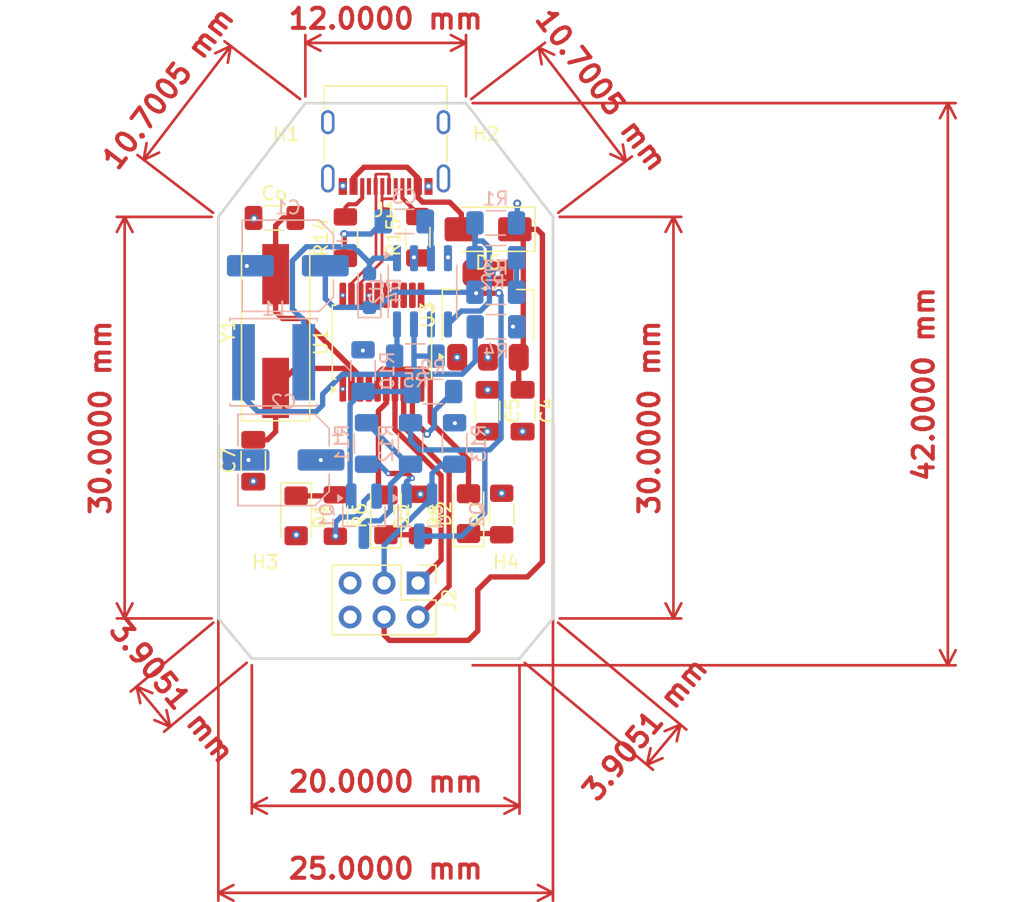
<source format=kicad_pcb>
(kicad_pcb (version 20240108) (generator "pcbnew") (generator_version "8.0")
  (title_block (rev "1.0"))
  (layers (0 "F.Cu" signal) (1 "In1.Cu" power) (2 "In2.Cu" power) (31 "B.Cu" signal) (34 "B.Paste" user) (35 "F.Paste" user) (36 "B.SilkS" user "B.Silkscreen") (37 "F.SilkS" user "F.Silkscreen") (38 "B.Mask" user) (39 "F.Mask" user) (44 "Edge.Cuts" user))
  (net 0 "")
  (net 1 "Net-(R2-Pad2)")
  (net 2 "Net-(U2-Vfb)")
  (net 3 "GND")
  (net 4 "Net-(Q1-B)")
  (net 5 "/MCLR_SIG")
  (net 6 "Net-(D3-K)")
  (net 7 "Net-(D2-K)")
  (net 8 "Net-(D1-K)")
  (net 9 "Net-(U2-DC)")
  (net 10 "Net-(U2-Ipk)")
  (net 11 "/5V")
  (net 12 "/12V")
  (net 13 "Net-(Q2-G)")
  (net 14 "Net-(Q1-C)")
  (net 15 "/MCLR")
  (net 16 "Net-(J1-CC2)")
  (net 17 "Net-(J1-CC1)")
  (net 18 "/VIN")
  (net 19 "/PGD")
  (net 22 "/USB_DN")
  (net 25 "Net-(U1-RA5{slash}IOCA5{slash}OSC1{slash}CLKIN)")
  (net 26 "/STBY")
  (net 28 "/PGC")
  (net 32 "Net-(U1-RA4{slash}IOCA3{slash}AN3{slash}OSC2{slash}CLKOUT)")
  (net 33 "/PGRM")
  (net 34 "/USB_DP")
  (net 35 "Net-(U2-TC)")
  (net 36 "Net-(D4-A)")
  (net 37 "/VBUS")
  (footprint "Capacitor_SMD:C_1206_3216Metric_Pad1.33x1.80mm_HandSolder" (layer "F.Cu") (at 137.69 78.58)
    (property "Reference" "C6" (at 0 -1.85 0) (layer "F.SilkS"))
    (property "Value" "22pF")
    (pad "1" smd roundrect (at -1.5625 0) (size 1.325 1.8) (layers "F.Cu" "F.Paste" "F.Mask") (roundrect_rratio 0.1886792453) (net 3 "GND"))
    (pad "2" smd roundrect (at 1.5625 0) (size 1.325 1.8) (layers "F.Cu" "F.Paste" "F.Mask") (roundrect_rratio 0.1886792453) (net 32 "Net-(U1-RA4{slash}IOCA3{slash}AN3{slash}OSC2{slash}CLKOUT)"))
  )
  (footprint "MountingHole:MountingHole_2.2mm_M2" (layer "F.Cu") (at 137 107.5)
    (property "Reference" "H3" (at 0 -3.2 0) (layer "F.SilkS"))
    (property "Value" "MountingHole")
    (pad "" np_thru_hole circle (at 0 0) (size 2.2 2.2) (drill 2.2) (layers "*.Cu" "*.Mask"))
  )
  (footprint "LED_SMD:LED_1206_3216Metric_Pad1.42x1.75mm_HandSolder" (layer "F.Cu") (at 152.19 100.67 90)
    (property "Reference" "D2" (at 0 -1.82 -90) (layer "F.SilkS"))
    (property "Value" "LED")
    (pad "1" smd roundrect (at -1.4875 -0.000001 90) (size 1.425 1.75) (layers "F.Cu" "F.Paste" "F.Mask") (roundrect_rratio 0.1754392982) (net 7 "Net-(D2-K)"))
    (pad "2" smd roundrect (at 1.4875 0.000001 90) (size 1.425 1.75) (layers "F.Cu" "F.Paste" "F.Mask") (roundrect_rratio 0.1754392982) (net 26 "/STBY"))
  )
  (footprint "Crystal:Crystal_SMD_HC49-SD" (layer "F.Cu") (at 137.78 87.03 90)
    (property "Reference" "Y1" (at 0 -3.55 -90) (layer "F.SilkS"))
    (property "Value" "16MHz")
    (pad "1" smd rect (at -4.25 0 90) (size 4.5 2) (layers "F.Cu" "F.Paste" "F.Mask") (net 25 "Net-(U1-RA5{slash}IOCA5{slash}OSC1{slash}CLKIN)"))
    (pad "2" smd rect (at 4.25 0 90) (size 4.5 2) (layers "F.Cu" "F.Paste" "F.Mask") (net 32 "Net-(U1-RA4{slash}IOCA3{slash}AN3{slash}OSC2{slash}CLKOUT)"))
  )
  (footprint "Diode_SMD:D_SMA" (layer "F.Cu") (at 153.65105 79.425584 180)
    (property "Reference" "D5" (at -0.000001 -2.5 180) (layer "F.SilkS"))
    (property "Value" "SS14")
    (pad "1" smd roundrect (at -2 0 180) (size 2.5 1.8) (layers "F.Cu" "F.Paste" "F.Mask") (roundrect_rratio 0.1388888889) (net 18 "/VIN"))
    (pad "2" smd roundrect (at 2 0 180) (size 2.5 1.8) (layers "F.Cu" "F.Paste" "F.Mask") (roundrect_rratio 0.1388888889) (net 37 "/VBUS"))
  )
  (footprint "Resistor_SMD:R_1206_3216Metric_Pad1.30x1.75mm_HandSolder" (layer "F.Cu") (at 154.67 100.7 90)
    (property "Reference" "R7" (at 0 -1.82 -90) (layer "F.SilkS"))
    (property "Value" "R")
    (pad "1" smd roundrect (at -1.55 0 90) (size 1.3 1.75) (layers "F.Cu" "F.Paste" "F.Mask") (roundrect_rratio 0.1923076923) (net 7 "Net-(D2-K)"))
    (pad "2" smd roundrect (at 1.55 0 90) (size 1.3 1.75) (layers "F.Cu" "F.Paste" "F.Mask") (roundrect_rratio 0.1923076923) (net 3 "GND"))
  )
  (footprint "Resistor_SMD:R_1206_3216Metric_Pad1.30x1.75mm_HandSolder" (layer "F.Cu") (at 148.6 100.77 90)
    (property "Reference" "R8" (at -0.13 1.15 -90) (layer "F.SilkS"))
    (property "Value" "R")
    (pad "1" smd roundrect (at -1.55 0 90) (size 1.3 1.75) (layers "F.Cu" "F.Paste" "F.Mask") (roundrect_rratio 0.1923076923) (net 6 "Net-(D3-K)"))
    (pad "2" smd roundrect (at 1.55 0 90) (size 1.3 1.75) (layers "F.Cu" "F.Paste" "F.Mask") (roundrect_rratio 0.1923076923) (net 3 "GND"))
  )
  (footprint "Package_SO:SSOP-20_5.3x7.2mm_P0.65mm" (layer "F.Cu") (at 145.72 87.86 90)
    (property "Reference" "U1" (at 0 -4.550001 -90) (layer "F.SilkS"))
    (property "Value" "PIC18F14K50-ESS")
    (pad "1" smd roundrect (at -3.5 -2.924999 90) (size 1.9 0.5) (layers "F.Cu" "F.Paste" "F.Mask") (net 11 "/5V"))
    (pad "2" smd roundrect (at -3.5 -2.275 90) (size 1.9 0.5) (layers "F.Cu" "F.Paste" "F.Mask") (net 25 "Net-(U1-RA5{slash}IOCA5{slash}OSC1{slash}CLKIN)"))
    (pad "3" smd roundrect (at -3.500001 -1.625001 90) (size 1.9 0.5) (layers "F.Cu" "F.Paste" "F.Mask") (net 32 "Net-(U1-RA4{slash}IOCA3{slash}AN3{slash}OSC2{slash}CLKOUT)"))
    (pad "4" smd roundrect (at -3.499999 -0.975001 90) (size 1.9 0.5) (layers "F.Cu" "F.Paste" "F.Mask"))
    (pad "5" smd roundrect (at -3.5 -0.325 90) (size 1.9 0.5) (layers "F.Cu" "F.Paste" "F.Mask") (net 26 "/STBY"))
    (pad "6" smd roundrect (at -3.5 0.325 90) (size 1.9 0.5) (layers "F.Cu" "F.Paste" "F.Mask") (net 33 "/PGRM"))
    (pad "7" smd roundrect (at -3.499999 0.974999 90) (size 1.9 0.5) (layers "F.Cu" "F.Paste" "F.Mask") (net 19 "/PGD"))
    (pad "8" smd roundrect (at -3.5 1.625 90) (size 1.9 0.5) (layers "F.Cu" "F.Paste" "F.Mask") (net 28 "/PGC"))
    (pad "9" smd roundrect (at -3.5 2.275 90) (size 1.9 0.5) (layers "F.Cu" "F.Paste" "F.Mask") (net 5 "/MCLR_SIG"))
    (pad "10" smd roundrect (at -3.500001 2.925001 90) (size 1.9 0.5) (layers "F.Cu" "F.Paste" "F.Mask"))
    (pad "11" smd roundrect (at 3.5 2.924999 90) (size 1.9 0.5) (layers "F.Cu" "F.Paste" "F.Mask"))
    (pad "12" smd roundrect (at 3.5 2.275 90) (size 1.9 0.5) (layers "F.Cu" "F.Paste" "F.Mask"))
    (pad "13" smd roundrect (at 3.500001 1.625001 90) (size 1.9 0.5) (layers "F.Cu" "F.Paste" "F.Mask"))
    (pad "14" smd roundrect (at 3.499999 0.975001 90) (size 1.9 0.5) (layers "F.Cu" "F.Paste" "F.Mask"))
    (pad "15" smd roundrect (at 3.5 0.325 90) (size 1.9 0.5) (layers "F.Cu" "F.Paste" "F.Mask"))
    (pad "16" smd roundrect (at 3.5 -0.325 90) (size 1.9 0.5) (layers "F.Cu" "F.Paste" "F.Mask"))
    (pad "17" smd roundrect (at 3.499999 -0.974999 90) (size 1.9 0.5) (layers "F.Cu" "F.Paste" "F.Mask") (net 11 "/5V"))
    (pad "18" smd roundrect (at 3.5 -1.625 90) (size 1.9 0.5) (layers "F.Cu" "F.Paste" "F.Mask") (net 22 "/USB_DN"))
    (pad "19" smd roundrect (at 3.5 -2.275 90) (size 1.9 0.5) (layers "F.Cu" "F.Paste" "F.Mask") (net 34 "/USB_DP"))
    (pad "20" smd roundrect (at 3.500001 -2.925001 90) (size 1.9 0.5) (layers "F.Cu" "F.Paste" "F.Mask") (net 3 "GND"))
  )
  (footprint "Resistor_SMD:R_1206_3216Metric_Pad1.30x1.75mm_HandSolder" (layer "F.Cu") (at 148.4 80.02 90)
    (property "Reference" "R15" (at 0 -1.82 -90) (layer "F.SilkS"))
    (property "Value" "5.1k")
    (pad "1" smd roundrect (at -1.55 0 90) (size 1.3 1.75) (layers "F.Cu" "F.Paste" "F.Mask") (roundrect_rratio 0.1923076923) (net 3 "GND"))
    (pad "2" smd roundrect (at 1.55 0 90) (size 1.3 1.75) (layers "F.Cu" "F.Paste" "F.Mask") (roundrect_rratio 0.1923076923) (net 17 "Net-(J1-CC1)"))
  )
  (footprint "Capacitor_SMD:C_1206_3216Metric_Pad1.33x1.80mm_HandSolder" (layer "F.Cu") (at 156.23 92.98 -90)
    (property "Reference" "C4" (at -0.000001 -1.85 90) (layer "F.SilkS"))
    (property "Value" "C")
    (pad "1" smd roundrect (at -1.562502 -0.000003 270) (size 1.325 1.8) (layers "F.Cu" "F.Paste" "F.Mask") (roundrect_rratio 0.1886792453) (net 18 "/VIN"))
    (pad "2" smd roundrect (at 1.562502 0.000003 270) (size 1.325 1.8) (layers "F.Cu" "F.Paste" "F.Mask") (roundrect_rratio 0.1886792453) (net 3 "GND"))
  )
  (footprint "Resistor_SMD:R_1206_3216Metric_Pad1.30x1.75mm_HandSolder" (layer "F.Cu") (at 142.24 100.812499 -90)
    (property "Reference" "R6" (at 0 -1.82 90) (layer "F.SilkS"))
    (property "Value" "R")
    (pad "1" smd roundrect (at -1.55 0 270) (size 1.3 1.75) (layers "F.Cu" "F.Paste" "F.Mask") (roundrect_rratio 0.1923076923) (net 8 "Net-(D1-K)"))
    (pad "2" smd roundrect (at 1.55 0 270) (size 1.3 1.75) (layers "F.Cu" "F.Paste" "F.Mask") (roundrect_rratio 0.1923076923) (net 3 "GND"))
  )
  (footprint "MountingHole:MountingHole_2.2mm_M2" (layer "F.Cu") (at 155 107.5)
    (property "Reference" "H4" (at 0 -3.2 0) (layer "F.SilkS"))
    (property "Value" "MountingHole")
    (pad "" np_thru_hole circle (at 0 0) (size 2.2 2.2) (drill 2.2) (layers "*.Cu" "*.Mask"))
  )
  (footprint "Package_TO_SOT_SMD:SOT-223-3_TabPin2" (layer "F.Cu") (at 153.64 85.84 90)
    (property "Reference" "U3" (at 0 -4.5 -90) (layer "F.SilkS"))
    (property "Value" "LM1117MP-5.0")
    (pad "1" smd roundrect (at -3.149999 -2.3 90) (size 2 1.5) (layers "F.Cu" "F.Paste" "F.Mask") (net 3 "GND"))
    (pad "2" smd roundrect (at -3.15 0 90) (size 2 1.5) (layers "F.Cu" "F.Paste" "F.Mask") (net 11 "/5V"))
    (pad "2" smd roundrect (at 3.15 0 90) (size 2 3.8) (layers "F.Cu" "F.Paste" "F.Mask") (net 11 "/5V"))
    (pad "3" smd roundrect (at -3.150001 2.299998 90) (size 2 1.5) (layers "F.Cu" "F.Paste" "F.Mask") (net 18 "/VIN"))
  )
  (footprint "Connector_USB:USB_C_Receptacle_G-Switch_GT-USB-7010ASV" (layer "F.Cu") (at 146 72.5 180)
    (property "Reference" "J1" (at 0 -5.500002 180) (layer "F.SilkS"))
    (property "Value" "USB_C_Receptacle_USB2.0_16P")
    (pad "" np_thru_hole circle (at -2.89 -2.605 180) (size 0.65 0.65) (drill 0.65) (layers "*.Cu" "*.Mask"))
    (pad "" np_thru_hole circle (at 2.89 -2.604998 180) (size 0.65 0.65) (drill 0.65) (layers "*.Cu" "*.Mask"))
    (pad "A1" smd rect (at -3.2 -3.725 180) (size 0.6 1.24) (layers "F.Cu" "F.Paste" "F.Mask") (net 3 "GND"))
    (pad "A4" smd rect (at -2.399998 -3.725 180) (size 0.6 1.24) (layers "F.Cu" "F.Paste" "F.Mask") (net 37 "/VBUS"))
    (pad "A5" smd rect (at -1.250001 -3.725002 180) (size 0.3 1.24) (layers "F.Cu" "F.Paste" "F.Mask") (net 17 "Net-(J1-CC1)"))
    (pad "A6" smd rect (at -0.249998 -3.724998 180) (size 0.3 1.24) (layers "F.Cu" "F.Paste" "F.Mask") (net 34 "/USB_DP"))
    (pad "A7" smd rect (at 0.25 -3.724998 180) (size 0.3 1.24) (layers "F.Cu" "F.Paste" "F.Mask") (net 22 "/USB_DN"))
    (pad "A8" smd rect (at 1.249998 -3.725 180) (size 0.3 1.24) (layers "F.Cu" "F.Paste" "F.Mask"))
    (pad "A9" smd rect (at 2.399998 -3.725 180) (size 0.6 1.24) (layers "F.Cu" "F.Paste" "F.Mask") (net 37 "/VBUS"))
    (pad "A12" smd rect (at 3.2 -3.725 180) (size 0.6 1.24) (layers "F.Cu" "F.Paste" "F.Mask") (net 3 "GND"))
    (pad "B1" smd rect (at 3.2 -3.725 180) (size 0.6 1.24) (layers "F.Cu" "F.Paste" "F.Mask") (net 3 "GND"))
    (pad "B4" smd rect (at 2.399998 -3.725 180) (size 0.6 1.24) (layers "F.Cu" "F.Paste" "F.Mask") (net 37 "/VBUS"))
    (pad "B5" smd rect (at 1.750002 -3.725001 180) (size 0.3 1.24) (layers "F.Cu" "F.Paste" "F.Mask") (net 16 "Net-(J1-CC2)"))
    (pad "B6" smd rect (at 0.75 -3.725 180) (size 0.3 1.24) (layers "F.Cu" "F.Paste" "F.Mask") (net 34 "/USB_DP"))
    (pad "B7" smd rect (at -0.750002 -3.725001 180) (size 0.3 1.24) (layers "F.Cu" "F.Paste" "F.Mask") (net 22 "/USB_DN"))
    (pad "B8" smd rect (at -1.750001 -3.724999 180) (size 0.3 1.24) (layers "F.Cu" "F.Paste" "F.Mask"))
    (pad "B9" smd rect (at -2.399998 -3.725 180) (size 0.6 1.24) (layers "F.Cu" "F.Paste" "F.Mask") (net 37 "/VBUS"))
    (pad "B12" smd rect (at -3.2 -3.725 180) (size 0.6 1.24) (layers "F.Cu" "F.Paste" "F.Mask") (net 3 "GND"))
    (pad "S1" thru_hole oval (at -4.320001 1.075 180) (size 1 1.8) (drill oval 0.6 1.4) (layers "*.Cu" "*.Mask") (net 3 "GND"))
    (pad "S1" thru_hole oval (at -4.32 -3.125 180) (size 1 2.1) (drill oval 0.6 1.7) (layers "*.Cu" "*.Mask") (net 3 "GND"))
    (pad "S1" thru_hole oval (at 4.32 -3.125 180) (size 1 2.1) (drill oval 0.6 1.7) (layers "*.Cu" "*.Mask") (net 3 "GND"))
    (pad "S1" thru_hole oval (at 4.32 1.075 180) (size 1 1.8) (drill oval 0.6 1.4) (layers "*.Cu" "*.Mask") (net 3 "GND"))
  )
  (footprint "Resistor_SMD:R_1206_3216Metric_Pad1.30x1.75mm_HandSolder" (layer "F.Cu") (at 142.99 80.05 90)
    (property "Reference" "R14" (at 0 -1.82 -90) (layer "F.SilkS"))
    (property "Value" "5.1k")
    (pad "1" smd roundrect (at -1.55 0 90) (size 1.3 1.75) (layers "F.Cu" "F.Paste" "F.Mask") (roundrect_rratio 0.1923076923) (net 3 "GND"))
    (pad "2" smd roundrect (at 1.55 0 90) (size 1.3 1.75) (layers "F.Cu" "F.Paste" "F.Mask") (roundrect_rratio 0.1923076923) (net 16 "Net-(J1-CC2)"))
  )
  (footprint "MountingHole:MountingHole_2.2mm_M2" (layer "F.Cu") (at 153.5 75.5)
    (property "Reference" "H2" (at 0 -3.2 0) (layer "F.SilkS"))
    (property "Value" "MountingHole")
    (pad "" np_thru_hole circle (at 0 0) (size 2.2 2.2) (drill 2.2) (layers "*.Cu" "*.Mask"))
  )
  (footprint "Connector_PinHeader_2.54mm:PinHeader_2x03_P2.54mm_Vertical" (layer "F.Cu") (at 148.425 105.855 -90)
    (property "Reference" "J2" (at 1.269999 -2.33 90) (layer "F.SilkS"))
    (property "Value" "Conn_02x03_Counter_Clockwise")
    (pad "1" thru_hole rect (at 0 0 270) (size 1.7 1.7) (drill 1) (layers "*.Cu" "*.Mask") (net 19 "/PGD"))
    (pad "2" thru_hole oval (at 2.540002 0.000003 270) (size 1.7 1.7) (drill 1) (layers "*.Cu" "*.Mask") (net 28 "/PGC"))
    (pad "3" thru_hole oval (at -0.000003 2.540002 270) (size 1.7 1.7) (drill 1) (layers "*.Cu" "*.Mask") (net 15 "/MCLR"))
    (pad "4" thru_hole oval (at 2.54 2.54 270) (size 1.7 1.7) (drill 1) (layers "*.Cu" "*.Mask") (net 18 "/VIN"))
    (pad "5" thru_hole oval (at 0 5.08 270) (size 1.7 1.7) (drill 1) (layers "*.Cu" "*.Mask") (net 3 "GND"))
    (pad "6" thru_hole oval (at 2.540001 5.08 270) (size 1.7 1.7) (drill 1) (layers "*.Cu" "*.Mask") (net 11 "/5V"))
  )
  (footprint "LED_SMD:LED_1206_3216Metric_Pad1.42x1.75mm_HandSolder" (layer "F.Cu") (at 146.02 100.76 90)
    (property "Reference" "D3" (at -0.13 1.15 -90) (layer "F.SilkS"))
    (property "Value" "LED")
    (pad "1" smd roundrect (at -1.4875 -0.000001 90) (size 1.425 1.75) (layers "F.Cu" "F.Paste" "F.Mask") (roundrect_rratio 0.1754392982) (net 6 "Net-(D3-K)"))
    (pad "2" smd roundrect (at 1.4875 0.000001 90) (size 1.425 1.75) (layers "F.Cu" "F.Paste" "F.Mask") (roundrect_rratio 0.1754392982) (net 33 "/PGRM"))
  )
  (footprint "LED_SMD:LED_1206_3216Metric_Pad1.42x1.75mm_HandSolder" (layer "F.Cu") (at 139.310001 100.834999 -90)
    (property "Reference" "D1" (at 0 -1.82 90) (layer "F.SilkS"))
    (property "Value" "LED")
    (pad "1" smd roundrect (at -1.4875 0.000001 270) (size 1.425 1.75) (layers "F.Cu" "F.Paste" "F.Mask") (roundrect_rratio 0.1754392982) (net 8 "Net-(D1-K)"))
    (pad "2" smd roundrect (at 1.4875 -0.000001 270) (size 1.425 1.75) (layers "F.Cu" "F.Paste" "F.Mask") (roundrect_rratio 0.1754392982) (net 11 "/5V"))
  )
  (footprint "MountingHole:MountingHole_2.2mm_M2" (layer "F.Cu") (at 138.56 75.53)
    (property "Reference" "H1" (at 0 -3.2 0) (layer "F.SilkS"))
    (property "Value" "MountingHole")
    (pad "" np_thru_hole circle (at 0 0) (size 2.2 2.2) (drill 2.2) (layers "*.Cu" "*.Mask"))
  )
  (footprint "Capacitor_SMD:C_1206_3216Metric_Pad1.33x1.80mm_HandSolder" (layer "F.Cu") (at 153.620001 92.982501 -90)
    (property "Reference" "C5" (at 0.000001 -1.850001 90) (layer "F.SilkS"))
    (property "Value" "C")
    (pad "1" smd roundrect (at -1.562501 0.000001 270) (size 1.325 1.8) (layers "F.Cu" "F.Paste" "F.Mask") (roundrect_rratio 0.1886792453) (net 11 "/5V"))
    (pad "2" smd roundrect (at 1.562501 -0.000001 270) (size 1.325 1.8) (layers "F.Cu" "F.Paste" "F.Mask") (roundrect_rratio 0.1886792453) (net 3 "GND"))
  )
  (footprint "Capacitor_SMD:C_1206_3216Metric_Pad1.33x1.80mm_HandSolder" (layer "F.Cu") (at 136.11 96.72 90)
    (property "Reference" "C7" (at -0.000001 -1.850001 -90) (layer "F.SilkS"))
    (property "Value" "22pF")
    (pad "1" smd roundrect (at -1.562501 -0.000001 90) (size 1.325 1.8) (layers "F.Cu" "F.Paste" "F.Mask") (roundrect_rratio 0.1886792453) (net 3 "GND"))
    (pad "2" smd roundrect (at 1.562501 0.000001 90) (size 1.325 1.8) (layers "F.Cu" "F.Paste" "F.Mask") (roundrect_rratio 0.1886792453) (net 25 "Net-(U1-RA5{slash}IOCA5{slash}OSC1{slash}CLKIN)"))
  )
  (footprint "Resistor_SMD:R_1206_3216Metric_Pad1.30x1.75mm_HandSolder" (layer "B.Cu") (at 149.53 91.55 180)
    (property "Reference" "R9" (at 0 1.82 180) (layer "B.SilkS") (effects (justify mirror)))
    (property "Value" "10k")
    (pad "1" smd roundrect (at -1.55 0 180) (size 1.3 1.75) (layers "B.Cu" "B.Paste" "B.Mask") (roundrect_rratio 0.1923076923) (net 5 "/MCLR_SIG"))
    (pad "2" smd roundrect (at 1.55 0 180) (size 1.3 1.75) (layers "B.Cu" "B.Paste" "B.Mask") (roundrect_rratio 0.1923076923) (net 4 "Net-(Q1-B)"))
  )
  (footprint "Resistor_SMD:R_1206_3216Metric_Pad1.30x1.75mm_HandSolder" (layer "B.Cu") (at 147.86 95.43 -90)
    (property "Reference" "R12" (at 0 1.82 90) (layer "B.SilkS") (effects (justify mirror)))
    (property "Value" "10k")
    (pad "1" smd roundrect (at -1.55 0 270) (size 1.3 1.75) (layers "B.Cu" "B.Paste" "B.Mask") (roundrect_rratio 0.1923076923) (net 12 "/12V"))
    (pad "2" smd roundrect (at 1.55 0 270) (size 1.3 1.75) (layers "B.Cu" "B.Paste" "B.Mask") (roundrect_rratio 0.1923076923) (net 14 "Net-(Q1-C)"))
  )
  (footprint "Capacitor_SMD:C_1206_3216Metric_Pad1.33x1.80mm_HandSolder" (layer "B.Cu") (at 147.39 78.84 180)
    (property "Reference" "C3" (at 0.000001 1.85 180) (layer "B.SilkS") (effects (justify mirror)))
    (property "Value" "560pF")
    (pad "1" smd roundrect (at -1.562501 -0.000004 180) (size 1.325 1.8) (layers "B.Cu" "B.Paste" "B.Mask") (roundrect_rratio 0.1886792453) (net 35 "Net-(U2-TC)"))
    (pad "2" smd roundrect (at 1.562501 0.000004 180) (size 1.325 1.8) (layers "B.Cu" "B.Paste" "B.Mask") (roundrect_rratio 0.1886792453) (net 3 "GND"))
  )
  (footprint "Resistor_SMD:R_1206_3216Metric_Pad1.30x1.75mm_HandSolder" (layer "B.Cu") (at 148.22 88.9)
    (property "Reference" "R5" (at 0 1.82 0) (layer "B.SilkS") (effects (justify mirror)))
    (property "Value" "180")
    (pad "1" smd roundrect (at -1.55 0) (size 1.3 1.75) (layers "B.Cu" "B.Paste" "B.Mask") (roundrect_rratio 0.1923076923) (net 9 "Net-(U2-DC)"))
    (pad "2" smd roundrect (at 1.55 0) (size 1.3 1.75) (layers "B.Cu" "B.Paste" "B.Mask") (roundrect_rratio 0.1923076923) (net 10 "Net-(U2-Ipk)"))
  )
  (footprint "Package_TO_SOT_SMD:SOT-23_Handsoldering" (layer "B.Cu") (at 148.51 100.85 -90)
    (property "Reference" "Q2" (at -0.09 -4.34 90) (layer "B.SilkS") (effects (justify mirror)))
    (property "Value" "Si2319CDS")
    (pad "1" smd roundrect (at -1.5 0.95 270) (size 1.9 0.8) (layers "B.Cu" "B.Paste" "B.Mask") (net 13 "Net-(Q2-G)"))
    (pad "2" smd roundrect (at -1.499999 -0.949999 270) (size 1.9 0.8) (layers "B.Cu" "B.Paste" "B.Mask") (net 15 "/MCLR"))
    (pad "3" smd roundrect (at 1.5 0 270) (size 1.9 0.8) (layers "B.Cu" "B.Paste" "B.Mask") (net 12 "/12V"))
  )
  (footprint "Inductor_SMD:L_Sunlord_SWPA6045S" (layer "B.Cu") (at 137.63 89.36 180)
    (property "Reference" "L1" (at 0 4 180) (layer "B.SilkS") (effects (justify mirror)))
    (property "Value" "68uH")
    (pad "1" smd rect (at -2.25 0 180) (size 1.7 5.7) (layers "B.Cu" "B.Paste" "B.Mask") (net 36 "Net-(D4-A)"))
    (pad "2" smd rect (at 2.25 0 180) (size 1.7 5.7) (layers "B.Cu" "B.Paste" "B.Mask") (net 10 "Net-(U2-Ipk)"))
  )
  (footprint "Package_TO_SOT_SMD:SOT-23_Handsoldering" (layer "B.Cu") (at 144.372501 100.86 -90)
    (property "Reference" "Q1" (at 0 2.75 90) (layer "B.SilkS") (effects (justify mirror)))
    (property "Value" "MMBT3904")
    (pad "1" smd roundrect (at -1.5 0.95 270) (size 1.9 0.8) (layers "B.Cu" "B.Paste" "B.Mask") (net 4 "Net-(Q1-B)"))
    (pad "2" smd roundrect (at -1.5 -0.95 270) (size 1.9 0.8) (layers "B.Cu" "B.Paste" "B.Mask") (net 3 "GND"))
    (pad "3" smd roundrect (at 1.5 0 270) (size 1.9 0.8) (layers "B.Cu" "B.Paste" "B.Mask") (net 14 "Net-(Q1-C)"))
  )
  (footprint "Package_SO:SOIC-8_3.9x4.9mm_P1.27mm" (layer "B.Cu") (at 148.75 84.06 -90)
    (property "Reference" "U2" (at 0 3.399999 90) (layer "B.SilkS") (effects (justify mirror)))
    (property "Value" "MC34063AD")
    (pad "1" smd roundrect (at -2.475 1.905 270) (size 1.95 0.6) (layers "B.Cu" "B.Paste" "B.Mask") (net 36 "Net-(D4-A)"))
    (pad "2" smd roundrect (at -2.475 0.635 270) (size 1.95 0.6) (layers "B.Cu" "B.Paste" "B.Mask") (net 3 "GND"))
    (pad "3" smd roundrect (at -2.475 -0.635 270) (size 1.95 0.6) (layers "B.Cu" "B.Paste" "B.Mask") (net 35 "Net-(U2-TC)"))
    (pad "4" smd roundrect (at -2.474999 -1.905001 270) (size 1.95 0.6) (layers "B.Cu" "B.Paste" "B.Mask") (net 3 "GND"))
    (pad "5" smd roundrect (at 2.475 -1.905 270) (size 1.95 0.6) (layers "B.Cu" "B.Paste" "B.Mask") (net 2 "Net-(U2-Vfb)"))
    (pad "6" smd roundrect (at 2.475 -0.635 270) (size 1.95 0.6) (layers "B.Cu" "B.Paste" "B.Mask") (net 11 "/5V"))
    (pad "7" smd roundrect (at 2.475 0.635 270) (size 1.95 0.6) (layers "B.Cu" "B.Paste" "B.Mask") (net 10 "Net-(U2-Ipk)"))
    (pad "8" smd roundrect (at 2.474999 1.905001 270) (size 1.95 0.6) (layers "B.Cu" "B.Paste" "B.Mask") (net 9 "Net-(U2-DC)"))
  )
  (footprint "Resistor_SMD:R_1206_3216Metric_Pad1.30x1.75mm_HandSolder" (layer "B.Cu") (at 151.15 95.430001 90)
    (property "Reference" "R13" (at 0 1.82 -90) (layer "B.SilkS") (effects (justify mirror)))
    (property "Value" "47k")
    (pad "1" smd roundrect (at -1.55 0 90) (size 1.3 1.75) (layers "B.Cu" "B.Paste" "B.Mask") (roundrect_rratio 0.1923076923) (net 15 "/MCLR"))
    (pad "2" smd roundrect (at 1.55 0 90) (size 1.3 1.75) (layers "B.Cu" "B.Paste" "B.Mask") (roundrect_rratio 0.1923076923) (net 3 "GND"))
  )
  (footprint "Resistor_SMD:R_1206_3216Metric_Pad1.30x1.75mm_HandSolder" (layer "B.Cu") (at 154.22 78.950001 180)
    (property "Reference" "R1" (at 0 1.82 180) (layer "B.SilkS") (effects (justify mirror)))
    (property "Value" "2.2k")
    (pad "1" smd roundrect (at -1.55 0 180) (size 1.3 1.75) (layers "B.Cu" "B.Paste" "B.Mask") (roundrect_rratio 0.1923076923) (net 3 "GND"))
    (pad "2" smd roundrect (at 1.55 0 180) (size 1.3 1.75) (layers "B.Cu" "B.Paste" "B.Mask") (roundrect_rratio 0.1923076923) (net 2 "Net-(U2-Vfb)"))
  )
  (footprint "Capacitor_SMD:CP_Elec_6.3x5.3" (layer "B.Cu") (at 138.37 96.66 180)
    (property "Reference" "C2" (at 0 4.35 180) (layer "B.SilkS") (effects (justify mirror)))
    (property "Value" "100uF")
    (pad "1" smd roundrect (at -2.8 0 180) (size 3.5 1.6) (layers "B.Cu" "B.Paste" "B.Mask") (roundrect_rratio 0.15625) (net 11 "/5V"))
    (pad "2" smd roundrect (at 2.8 0 180) (size 3.5 1.6) (layers "B.Cu" "B.Paste" "B.Mask") (roundrect_rratio 0.15625) (net 3 "GND"))
  )
  (footprint "Resistor_SMD:R_1206_3216Metric_Pad1.30x1.75mm_HandSolder" (layer "B.Cu") (at 144.57 95.429999 -90)
    (property "Reference" "R11" (at 0 1.82 90) (layer "B.SilkS") (effects (justify mirror)))
    (property "Value" "1k")
    (pad "1" smd roundrect (at -1.55 0 270) (size 1.3 1.75) (layers "B.Cu" "B.Paste" "B.Mask") (roundrect_rratio 0.1923076923) (net 14 "Net-(Q1-C)"))
    (pad "2" smd roundrect (at 1.55 0 270) (size 1.3 1.75) (layers "B.Cu" "B.Paste" "B.Mask") (roundrect_rratio 0.1923076923) (net 13 "Net-(Q2-G)"))
  )
  (footprint "Resistor_SMD:R_1206_3216Metric_Pad1.30x1.75mm_HandSolder" (layer "B.Cu") (at 144.31 89.98 90)
    (property "Reference" "R10" (at 0 1.82 -90) (layer "B.SilkS") (effects (justify mirror)))
    (property "Value" "10k")
    (pad "1" smd roundrect (at -1.55 0 90) (size 1.3 1.75) (layers "B.Cu" "B.Paste" "B.Mask") (roundrect_rratio 0.1923076923) (net 4 "Net-(Q1-B)"))
    (pad "2" smd roundrect (at 1.55 0 90) (size 1.3 1.75) (layers "B.Cu" "B.Paste" "B.Mask") (roundrect_rratio 0.1923076923) (net 3 "GND"))
  )
  (footprint "Diode_SMD:D_SOD-323_HandSoldering" (layer "B.Cu") (at 144.79 84.01 90)
    (property "Reference" "D4" (at 0.000001 1.85 -90) (layer "B.SilkS") (effects (justify mirror)))
    (property "Value" "1N5819WS")
    (pad "1" smd roundrect (at -1.25 0 90) (size 1 1) (layers "B.Cu" "B.Paste" "B.Mask") (net 12 "/12V"))
    (pad "2" smd roundrect (at 1.25 0 90) (size 1 1) (layers "B.Cu" "B.Paste" "B.Mask") (net 36 "Net-(D4-A)"))
  )
  (footprint "Resistor_SMD:R_1206_3216Metric_Pad1.30x1.75mm_HandSolder" (layer "B.Cu") (at 154.22 81.55)
    (property "Reference" "R2" (at -0.25 1.84 0) (layer "B.SilkS") (effects (justify mirror)))
    (property "Value" "18k")
    (pad "1" smd roundrect (at -1.55 0) (size 1.3 1.75) (layers "B.Cu" "B.Paste" "B.Mask") (roundrect_rratio 0.1923076923) (net 2 "Net-(U2-Vfb)"))
    (pad "2" smd roundrect (at 1.55 0) (size 1.3 1.75) (layers "B.Cu" "B.Paste" "B.Mask") (roundrect_rratio 0.1923076923) (net 1 "Net-(R2-Pad2)"))
  )
  (footprint "Capacitor_SMD:CP_Elec_6.3x5.3" (layer "B.Cu") (at 138.69 82.15 180)
    (property "Reference" "C1" (at 0 4.35 180) (layer "B.SilkS") (effects (justify mirror)))
    (property "Value" "330uF")
    (pad "1" smd roundrect (at -2.8 0 180) (size 3.5 1.6) (layers "B.Cu" "B.Paste" "B.Mask") (roundrect_rratio 0.15625) (net 12 "/12V"))
    (pad "2" smd roundrect (at 2.8 0 180) (size 3.5 1.6) (layers "B.Cu" "B.Paste" "B.Mask") (roundrect_rratio 0.15625) (net 3 "GND"))
  )
  (footprint "Resistor_SMD:R_1206_3216Metric_Pad1.30x1.75mm_HandSolder" (layer "B.Cu") (at 154.24 86.71)
    (property "Reference" "R4" (at 0 1.82 0) (layer "B.SilkS") (effects (justify mirror)))
    (property "Value" "0.33")
    (pad "1" smd roundrect (at -1.55 0) (size 1.3 1.75) (layers "B.Cu" "B.Paste" "B.Mask") (roundrect_rratio 0.1923076923) (net 10 "Net-(U2-Ipk)"))
    (pad "2" smd roundrect (at 1.55 0) (size 1.3 1.75) (layers "B.Cu" "B.Paste" "B.Mask") (roundrect_rratio 0.1923076923) (net 11 "/5V"))
  )
  (footprint "Resistor_SMD:R_1206_3216Metric_Pad1.30x1.75mm_HandSolder" (layer "B.Cu") (at 154.22 84.130001 180)
    (property "Reference" "R3" (at 0 1.82 180) (layer "B.SilkS") (effects (justify mirror)))
    (property "Value" "1.8k")
    (pad "1" smd roundrect (at -1.55 0 180) (size 1.3 1.75) (layers "B.Cu" "B.Paste" "B.Mask") (roundrect_rratio 0.1923076923) (net 1 "Net-(R2-Pad2)"))
    (pad "2" smd roundrect (at 1.55 0 180) (size 1.3 1.75) (layers "B.Cu" "B.Paste" "B.Mask") (roundrect_rratio 0.1923076923) (net 12 "/12V"))
  )
  (gr_line (start 133.5 78.5) (end 133.5 108.5) (stroke (width 0.2)) (layer "Edge.Cuts"))
  (gr_line (start 136 111.5) (end 133.499977 108.500019) (stroke (width 0.2)) (layer "Edge.Cuts"))
  (gr_line (start 156 111.5) (end 136 111.5) (stroke (width 0.2)) (layer "Edge.Cuts"))
  (gr_line (start 133.5 78.5) (end 140 70) (stroke (width 0.2)) (layer "Edge.Cuts"))
  (gr_line (start 158.5 78.5) (end 152 70) (stroke (width 0.2)) (layer "Edge.Cuts"))
  (gr_line (start 158.5 78.5) (end 158.5 108.5) (stroke (width 0.2)) (layer "Edge.Cuts"))
  (gr_line (start 156 111.5) (end 158.5 108.5) (stroke (width 0.2)) (layer "Edge.Cuts"))
  (gr_line (start 140 70) (end 152 70) (stroke (width 0.2)) (layer "Edge.Cuts"))
  (dimension (type aligned) (layer "F.Cu") (pts (xy 133.5 78.5) (xy 133.5 108.5)) (height 6.999999) (gr_text "30.0000 mm" (at 124.700001 93.5 90) (layer "F.Cu") (effects (font (size 1.5 1.5) (thickness 0.3)))) (format (prefix "") (suffix "") (units 3) (units_format 1) (precision 4)) (style (thickness 0.2) (arrow_length 1.27) (text_position_mode 0) (extension_height 0.58642) (extension_offset 0.5) keep_text_aligned))
  (dimension (type aligned) (layer "F.Cu") (pts (xy 152 70) (xy 152 112)) (height -36) (gr_text "42.0000 mm" (at 186.2 91 90) (layer "F.Cu") (effects (font (size 1.5 1.5) (thickness 0.3)))) (format (prefix "") (suffix "") (units 3) (units_format 1) (precision 4)) (style (thickness 0.2) (arrow_length 1.27) (text_position_mode 0) (extension_height 0.58642) (extension_offset 0.5) keep_text_aligned))
  (dimension (type aligned) (layer "F.Cu") (pts (xy 133.5 108.5) (xy 136 111.5)) (height 7.945935) (gr_text "3.9051 mm" (at 130.028562 113.934532 309.8055711) (layer "F.Cu") (effects (font (size 1.5 1.5) (thickness 0.3)))) (format (prefix "") (suffix "") (units 3) (units_format 1) (precision 4)) (style (thickness 0.2) (arrow_length 1.27) (text_position_mode 0) (extension_height 0.58642) (extension_offset 0.5) keep_text_aligned))
  (dimension (type aligned) (layer "F.Cu") (pts (xy 152 70) (xy 158.5 78.5)) (height -6.842625) (gr_text "10.7005 mm" (at 162.115337 69.000037 307.4053566) (layer "F.Cu") (effects (font (size 1.5 1.5) (thickness 0.3)))) (format (prefix "") (suffix "") (units 3) (units_format 1) (precision 4)) (style (thickness 0.2) (arrow_length 1.27) (text_position_mode 0) (extension_height 0.58642) (extension_offset 0.5) keep_text_aligned))
  (dimension (type aligned) (layer "F.Cu") (pts (xy 140 70) (xy 133.5 78.5)) (height 7.022725) (gr_text "10.7005 mm" (at 129.741599 68.890635 52.59464337) (layer "F.Cu") (effects (font (size 1.5 1.5) (thickness 0.3)))) (format (prefix "") (suffix "") (units 3) (units_format 1) (precision 4)) (style (thickness 0.2) (arrow_length 1.27) (text_position_mode 0) (extension_height 0.58642) (extension_offset 0.5) keep_text_aligned))
  (dimension (type aligned) (layer "F.Cu") (pts (xy 136 111.5) (xy 156 111.5)) (height 11) (gr_text "20.0000 mm" (at 146 120.7 0) (layer "F.Cu") (effects (font (size 1.5 1.5) (thickness 0.3)))) (format (prefix "") (suffix "") (units 3) (units_format 1) (precision 4)) (style (thickness 0.2) (arrow_length 1.27) (text_position_mode 0) (extension_height 0.58642) (extension_offset 0.5) keep_text_aligned))
  (dimension (type aligned) (layer "F.Cu") (pts (xy 158.5 108.5) (xy 158.5 78.5)) (height 9) (gr_text "30.0000 mm" (at 165.7 93.5 90) (layer "F.Cu") (effects (font (size 1.5 1.5) (thickness 0.3)))) (format (prefix "") (suffix "") (units 3) (units_format 1) (precision 4)) (style (thickness 0.2) (arrow_length 1.27) (text_position_mode 0) (extension_height 0.58642) (extension_offset 0.5) keep_text_aligned))
  (dimension (type aligned) (layer "F.Cu") (pts (xy 133.5 93.5) (xy 158.5 93.5)) (height 35.5) (gr_text "25.0000 mm" (at 146 127.2 0) (layer "F.Cu") (effects (font (size 1.5 1.5) (thickness 0.3)))) (format (prefix "") (suffix "") (units 3) (units_format 1) (precision 4)) (style (thickness 0.2) (arrow_length 1.27) (text_position_mode 0) (extension_height 0.58642) (extension_offset 0.5) keep_text_aligned))
  (dimension (type aligned) (layer "F.Cu") (pts (xy 156 111.5) (xy 158.5 108.5)) (height 12.389365) (gr_text "3.9051 mm" (at 165.384976 116.779146 50.19442891) (layer "F.Cu") (effects (font (size 1.5 1.5) (thickness 0.3)))) (format (prefix "") (suffix "") (units 3) (units_format 1) (precision 4)) (style (thickness 0.2) (arrow_length 1.27) (text_position_mode 0) (extension_height 0.58642) (extension_offset 0.5) keep_text_aligned))
  (dimension (type aligned) (layer "F.Cu") (pts (xy 140 70) (xy 152 70)) (height -4.5) (gr_text "12.0000 mm" (at 146 63.7 0) (layer "F.Cu") (effects (font (size 1.5 1.5) (thickness 0.3)))) (format (prefix "") (suffix "") (units 3) (units_format 1) (precision 4)) (style (thickness 0.2) (arrow_length 1.27) (text_position_mode 0) (extension_height 0.58642) (extension_offset 0.5) keep_text_aligned))
  (segment (start 155.77 84.130001) (end 155.77 81.55) (width 0.4) (layer "B.Cu") (net 1))
  (segment (start 153.75 80.8) (end 153.75 84.859744) (width 0.4) (layer "B.Cu") (net 2))
  (segment (start 153.75 84.859744) (end 153.074745 85.535) (width 0.4) (layer "B.Cu") (net 2))
  (segment (start 152.67 80.3) (end 152.67 78.950001) (width 0.4) (layer "B.Cu") (net 2))
  (segment (start 153.25 80.3) (end 153.75 80.8) (width 0.4) (layer "B.Cu") (net 2))
  (segment (start 152.67 80.3) (end 153.25 80.3) (width 0.4) (layer "B.Cu") (net 2))
  (segment (start 151.655 85.535) (end 150.655 86.535) (width 0.4) (layer "B.Cu") (net 2))
  (segment (start 152.67 81.55) (end 152.67 80.3) (width 0.4) (layer "B.Cu") (net 2))
  (segment (start 153.074745 85.535) (end 151.655 85.535) (width 0.4) (layer "B.Cu") (net 2))
  (segment (start 142.9 79.78) (end 142.9 81.51) (width 0.4) (layer "F.Cu") (net 3))
  (segment (start 142.9 81.51) (end 142.99 81.6) (width 0.4) (layer "F.Cu") (net 3))
  (via (at 148.6 99.22) (size 0.6) (drill 0.3) (layers "F.Cu" "B.Cu") (net 3))
  (via (at 136.17 78.61) (size 0.6) (drill 0.3) (layers "F.Cu" "B.Cu") (net 3))
  (via (at 136.11 98.25) (size 0.6) (drill 0.3) (layers "F.Cu" "B.Cu") (net 3))
  (via (at 142.25 102.34) (size 0.6) (drill 0.3) (layers "F.Cu" "B.Cu") (net 3))
  (via (at 154.67 99.15) (size 0.6) (drill 0.3) (layers "F.Cu" "B.Cu") (net 3))
  (via (at 153.59 94.54) (size 0.6) (drill 0.3) (layers "F.Cu" "B.Cu") (net 3))
  (via (at 142.8 76.18) (size 0.6) (drill 0.3) (layers "F.Cu" "B.Cu") (net 3))
  (via (at 142.9 79.78) (size 0.6) (drill 0.3) (layers "F.Cu" "B.Cu") (net 3))
  (via (at 155.83 77.5) (size 0.6) (drill 0.3) (layers "F.Cu" "B.Cu") (net 3))
  (via (at 148.11 81.52) (size 0.6) (drill 0.3) (layers "F.Cu" "B.Cu") (net 3))
  (via (at 151.34 88.989999) (size 0.6) (drill 0.3) (layers "F.Cu" "B.Cu") (net 3))
  (via (at 150.66 81.52) (size 0.6) (drill 0.3) (layers "F.Cu" "B.Cu") (net 3))
  (via (at 135.63 82.17) (size 0.6) (drill 0.3) (layers "F.Cu" "B.Cu") (net 3))
  (via (at 151.17 93.91) (size 0.6) (drill 0.3) (layers "F.Cu" "B.Cu") (net 3))
  (via (at 142.794999 84.359999) (size 0.4) (drill 0.2) (layers "F.Cu" "B.Cu") (net 3))
  (via (at 156.23 94.53) (size 0.6) (drill 0.3) (layers "F.Cu" "B.Cu") (net 3))
  (via (at 149.2 76.21) (size 0.6) (drill 0.3) (layers "F.Cu" "B.Cu") (net 3))
  (via (at 144.3 88.49) (size 0.6) (drill 0.3) (layers "F.Cu" "B.Cu") (net 3))
  (via (at 135.75 96.67) (size 0.6) (drill 0.3) (layers "F.Cu" "B.Cu") (net 3))
  (segment (start 142.65 100.92) (end 143.8 100.92) (width 0.4) (layer "B.Cu") (net 3))
  (segment (start 144.37 99.758) (end 144.768 99.36) (width 0.4) (layer "B.Cu") (net 3))
  (segment (start 144.768 99.36) (end 145.322501 99.36) (width 0.4) (layer "B.Cu") (net 3))
  (segment (start 142.25 102.34) (end 142.25 101.32) (width 0.4) (layer "B.Cu") (net 3))
  (segment (start 144.37 100.35) (end 144.37 99.758) (width 0.4) (layer "B.Cu") (net 3))
  (segment (start 142.9 79.78) (end 144.887495 79.78) (width 0.4) (layer "B.Cu") (net 3))
  (segment (start 144.887495 79.78) (end 145.827499 78.839996) (width 0.4) (layer "B.Cu") (net 3))
  (segment (start 143.8 100.92) (end 144.37 100.35) (width 0.4) (layer "B.Cu") (net 3))
  (segment (start 142.25 101.32) (end 142.65 100.92) (width 0.4) (layer "B.Cu") (net 3))
  (segment (start 155.83 78.890001) (end 155.77 78.950001) (width 0.4) (layer "B.Cu") (net 3))
  (segment (start 155.83 77.5) (end 155.83 78.890001) (width 0.4) (layer "B.Cu") (net 3))
  (segment (start 147.98 91.55) (end 144.29 91.55) (width 0.4) (layer "B.Cu") (net 4))
  (segment (start 147.98 91.55) (end 144.33 91.55) (width 0.2) (layer "B.Cu") (net 4))
  (segment (start 143.34 92.5) (end 143.34 99.277499) (width 0.4) (layer "B.Cu") (net 4))
  (segment (start 143.34 99.277499) (end 143.422501 99.36) (width 0.4) (layer "B.Cu") (net 4))
  (segment (start 144.29 91.55) (end 143.34 92.5) (width 0.4) (layer "B.Cu") (net 4))
  (segment (start 144.33 91.55) (end 144.31 91.53) (width 0.2) (layer "B.Cu") (net 4))
  (segment (start 147.995 93.625) (end 149.09 94.72) (width 0.4) (layer "F.Cu") (net 5))
  (segment (start 147.995 91.36) (end 147.995 93.625) (width 0.4) (layer "F.Cu") (net 5))
  (via (at 149.09 94.72) (size 0.6) (drill 0.3) (layers "F.Cu" "B.Cu") (net 5))
  (segment (start 149.64 94.17) (end 149.64 92.99) (width 0.4) (layer "B.Cu") (net 5))
  (segment (start 149.64 92.99) (end 151.08 91.55) (width 0.4) (layer "B.Cu") (net 5))
  (segment (start 149.09 94.72) (end 149.64 94.17) (width 0.4) (layer "B.Cu") (net 5))
  (segment (start 148.5275 102.2475) (end 148.6 102.32) (width 0.4) (layer "F.Cu") (net 6))
  (segment (start 146.019999 102.2475) (end 148.5275 102.2475) (width 0.4) (layer "F.Cu") (net 6))
  (segment (start 152.189999 102.1575) (end 154.5775 102.1575) (width 0.4) (layer "F.Cu") (net 7))
  (segment (start 154.5775 102.1575) (end 154.67 102.25) (width 0.4) (layer "F.Cu") (net 7))
  (segment (start 142.155 99.347499) (end 142.24 99.262499) (width 0.4) (layer "F.Cu") (net 8))
  (segment (start 139.31 99.347499) (end 142.155 99.347499) (width 0.4) (layer "F.Cu") (net 8))
  (segment (start 146.844999 88.915001) (end 146.67 89.09) (width 0.4) (layer "B.Cu") (net 9))
  (segment (start 146.844999 86.534999) (end 146.844999 88.915001) (width 0.4) (layer "B.Cu") (net 9))
  (segment (start 148.115 89.735) (end 148.115 89.02) (width 0.4) (layer "B.Cu") (net 10))
  (segment (start 148.115 89.02) (end 148.115 88.8) (width 0.4) (layer "B.Cu") (net 10))
  (segment (start 135.38 91.98) (end 136.45 93.05) (width 0.4) (layer "B.Cu") (net 10))
  (segment (start 149.77 88.9) (end 148.235 88.9) (width 0.4) (layer "B.Cu") (net 10))
  (segment (start 135.38 89.36) (end 135.38 91.98) (width 0.4) (layer "B.Cu") (net 10))
  (segment (start 152.69 89.28) (end 151.72 90.25) (width 0.4) (layer "B.Cu") (net 10))
  (segment (start 151.72 90.25) (end 148.63 90.25) (width 0.4) (layer "B.Cu") (net 10))
  (segment (start 140.8 93.05) (end 141.29 92.56) (width 0.4) (layer "B.Cu") (net 10))
  (segment (start 148.63 90.25) (end 148.115 89.735) (width 0.4) (layer "B.Cu") (net 10))
  (segment (start 152.69 86.71) (end 152.69 89.28) (width 0.4) (layer "B.Cu") (net 10))
  (segment (start 148.235 88.9) (end 148.115 89.02) (width 0.4) (layer "B.Cu") (net 10))
  (segment (start 141.29 92.56) (end 141.29 91.74) (width 0.4) (layer "B.Cu") (net 10))
  (segment (start 136.45 93.05) (end 140.8 93.05) (width 0.4) (layer "B.Cu") (net 10))
  (segment (start 141.29 91.74) (end 142.765 90.265) (width 0.4) (layer "B.Cu") (net 10))
  (segment (start 142.765 90.265) (end 148.615 90.265) (width 0.4) (layer "B.Cu") (net 10))
  (segment (start 148.115 88.8) (end 148.115 86.535) (width 0.4) (layer "B.Cu") (net 10))
  (segment (start 148.615 90.265) (end 148.63 90.25) (width 0.4) (layer "B.Cu") (net 10))
  (via (at 139.32 102.26) (size 0.6) (drill 0.3) (layers "F.Cu" "B.Cu") (net 11))
  (via (at 154.36 82.71) (size 0.6) (drill 0.3) (layers "F.Cu" "B.Cu") (net 11))
  (via (at 155.51 86.7) (size 0.6) (drill 0.3) (layers "F.Cu" "B.Cu") (net 11))
  (via (at 149.39 86.56) (size 0.6) (drill 0.3) (layers "F.Cu" "B.Cu") (net 11))
  (via (at 144.74 84.37) (size 0.4) (drill 0.2) (layers "F.Cu" "B.Cu") (net 11))
  (via (at 153.62 91.42) (size 0.6) (drill 0.3) (layers "F.Cu" "B.Cu") (net 11))
  (via (at 153.64 88.99) (size 0.6) (drill 0.3) (layers "F.Cu" "B.Cu") (net 11))
  (via (at 142.795001 91.36) (size 0.4) (drill 0.2) (layers "F.Cu" "B.Cu") (net 11))
  (via (at 141.15 96.67) (size 0.6) (drill 0.3) (layers "F.Cu" "B.Cu") (net 11))
  (segment (start 154.45 84.2) (end 154.46 84.19) (width 0.4) (layer "F.Cu") (net 12))
  (segment (start 152.76 84.2) (end 154.45 84.2) (width 0.4) (layer "F.Cu") (net 12))
  (via (at 152.76 84.2) (size 0.6) (drill 0.3) (layers "F.Cu" "B.Cu") (net 12))
  (via (at 154.46 84.19) (size 0.6) (drill 0.3) (layers "F.Cu" "B.Cu") (net 12))
  (segment (start 147.86 93.88) (end 147.86 95.22) (width 0.4) (layer "B.Cu") (net 12))
  (segment (start 152.739999 84.130001) (end 152.67 84.130001) (width 0.2) (layer "B.Cu") (net 12))
  (segment (start 144.79 85.26) (end 145.49 85.26) (width 0.4) (layer "B.Cu") (net 12))
  (segment (start 142.14 85.26) (end 141.49 84.61) (width 0.4) (layer "B.Cu") (net 12))
  (segment (start 152.76 84.2) (end 152.739999 84.130001) (width 0.2) (layer "B.Cu") (net 12))
  (segment (start 152.600001 84.130001) (end 152.76 84.2) (width 0.4) (layer "B.Cu") (net 12))
  (segment (start 154.62 95.05) (end 154.62 84.35) (width 0.4) (layer "B.Cu") (net 12))
  (segment (start 153.41 100.63) (end 151.69 102.35) (width 0.4) (layer "B.Cu") (net 12))
  (segment (start 144.79 85.26) (end 142.14 85.26) (width 0.4) (layer "B.Cu") (net 12))
  (segment (start 141.49 84.61) (end 141.49 82.15) (width 0.4) (layer "B.Cu") (net 12))
  (segment (start 153.76 95.91) (end 154.62 95.05) (width 0.4) (layer "B.Cu") (net 12))
  (segment (start 151.69 102.35) (end 148.51 102.35) (width 0.4) (layer "B.Cu") (net 12))
  (segment (start 153.41 95.91) (end 153.41 100.63) (width 0.4) (layer "B.Cu") (net 12))
  (segment (start 148.55 95.91) (end 153.41 95.91) (width 0.4) (layer "B.Cu") (net 12))
  (segment (start 146.619999 84.130001) (end 152.600001 84.130001) (width 0.4) (layer "B.Cu") (net 12))
  (segment (start 147.86 95.22) (end 148.55 95.91) (width 0.4) (layer "B.Cu") (net 12))
  (segment (start 154.62 84.35) (end 154.46 84.19) (width 0.4) (layer "B.Cu") (net 12))
  (segment (start 145.49 85.26) (end 146.619999 84.130001) (width 0.4) (layer "B.Cu") (net 12))
  (segment (start 153.41 95.91) (end 153.76 95.91) (width 0.4) (layer "B.Cu") (net 12))
  (segment (start 147.63 97.67) (end 147.99 98.03) (width 0.4) (layer "F.Cu") (net 13))
  (segment (start 146.19 97.67) (end 147.63 97.67) (width 0.4) (layer "F.Cu") (net 13))
  (via (at 146.19 97.67) (size 0.4) (drill 0.2) (layers "F.Cu" "B.Cu") (net 13))
  (via (at 147.99 98.03) (size 0.4) (drill 0.2) (layers "F.Cu" "B.Cu") (net 13))
  (segment (start 144.57 96.979999) (end 145.499999 96.979999) (width 0.4) (layer "B.Cu") (net 13))
  (segment (start 147.83 98.03) (end 147.56 98.3) (width 0.4) (layer "B.Cu") (net 13))
  (segment (start 147.99 98.03) (end 147.83 98.03) (width 0.4) (layer "B.Cu") (net 13))
  (segment (start 147.56 98.3) (end 147.56 99.35) (width 0.4) (layer "B.Cu") (net 13))
  (segment (start 145.499999 96.979999) (end 146.19 97.67) (width 0.4) (layer "B.Cu") (net 13))
  (segment (start 147.86 96.98) (end 147.670001 96.98) (width 0.4) (layer "B.Cu") (net 14))
  (segment (start 147.670001 96.98) (end 144.57 93.879999) (width 0.4) (layer "B.Cu") (net 14))
  (segment (start 146.36 98.48) (end 147.86 96.98) (width 0.4) (layer "B.Cu") (net 14))
  (segment (start 144.372501 101.417499) (end 144.58 101.21) (width 0.4) (layer "B.Cu") (net 14))
  (segment (start 144.58 101.21) (end 145.58 101.21) (width 0.4) (layer "B.Cu") (net 14))
  (segment (start 146.36 100.43) (end 146.36 98.48) (width 0.4) (layer "B.Cu") (net 14))
  (segment (start 144.372501 102.36) (end 144.372501 101.417499) (width 0.4) (layer "B.Cu") (net 14))
  (segment (start 145.58 101.21) (end 146.36 100.43) (width 0.4) (layer "B.Cu") (net 14))
  (segment (start 149.459999 99.470001) (end 145.884998 103.045002) (width 0.4) (layer "B.Cu") (net 15))
  (segment (start 149.459999 99.350001) (end 149.459999 99.470001) (width 0.4) (layer "B.Cu") (net 15))
  (segment (start 149.459999 97.690001) (end 150.169999 96.980001) (width 0.4) (layer "B.Cu") (net 15))
  (segment (start 145.884998 103.045002) (end 145.884998 105.854997) (width 0.4) (layer "B.Cu") (net 15))
  (segment (start 150.169999 96.980001) (end 151.15 96.980001) (width 0.4) (layer "B.Cu") (net 15))
  (segment (start 149.459999 99.350001) (end 149.459999 97.690001) (width 0.4) (layer "B.Cu") (net 15))
  (segment (start 143.785002 77.56) (end 143.22 77.56) (width 0.3) (layer "F.Cu") (net 16))
  (segment (start 142.99 78.5) (end 142.99 77.79) (width 0.3) (layer "F.Cu") (net 16))
  (segment (start 142.99 77.79) (end 143.22 77.56) (width 0.3) (layer "F.Cu") (net 16))
  (segment (start 144.249998 77.095004) (end 143.785002 77.56) (width 0.3) (layer "F.Cu") (net 16))
  (segment (start 144.249998 76.225001) (end 144.249998 77.095004) (width 0.3) (layer "F.Cu") (net 16))
  (segment (start 147.250001 76.225002) (end 147.250001 77.094999) (width 0.3) (layer "F.Cu") (net 17))
  (segment (start 148.4 78.244998) (end 148.4 78.47) (width 0.3) (layer "F.Cu") (net 17))
  (segment (start 147.250001 77.094999) (end 148.4 78.244998) (width 0.3) (layer "F.Cu") (net 17))
  (segment (start 145.885 109.745) (end 146.28 110.14) (width 0.4) (layer "F.Cu") (net 18))
  (segment (start 157.315584 79.425584) (end 155.65105 79.425584) (width 0.4) (layer "F.Cu") (net 18))
  (segment (start 152.88 106.36) (end 153.84 105.4) (width 0.4) (layer "F.Cu") (net 18))
  (segment (start 157.71 79.82) (end 157.315584 79.425584) (width 0.4) (layer "F.Cu") (net 18))
  (segment (start 156.28 80.054534) (end 156.28 88.649999) (width 0.4) (layer "F.Cu") (net 18))
  (segment (start 153.84 105.4) (end 156.58 105.4) (width 0.4) (layer "F.Cu") (net 18))
  (segment (start 155.65105 79.425584) (end 156.28 80.054534) (width 0.4) (layer "F.Cu") (net 18))
  (segment (start 156.58 105.4) (end 157.71 104.27) (width 0.4) (layer "F.Cu") (net 18))
  (segment (start 152.17 110.14) (end 152.88 109.43) (width 0.4) (layer "F.Cu") (net 18))
  (segment (start 145.885 108.395) (end 145.885 109.745) (width 0.4) (layer "F.Cu") (net 18))
  (segment (start 157.71 104.27) (end 157.71 79.82) (width 0.4) (layer "F.Cu") (net 18))
  (segment (start 155.939998 91.127493) (end 156.230003 91.417498) (width 0.4) (layer "F.Cu") (net 18))
  (segment (start 156.28 88.649999) (end 155.939998 88.990001) (width 0.4) (layer "F.Cu") (net 18))
  (segment (start 146.28 110.14) (end 152.17 110.14) (width 0.4) (layer "F.Cu") (net 18))
  (segment (start 152.88 109.43) (end 152.88 106.36) (width 0.4) (layer "F.Cu") (net 18))
  (segment (start 155.939998 88.990001) (end 155.939998 91.127493) (width 0.4) (layer "F.Cu") (net 18))
  (segment (start 146.694999 91.359999) (end 146.694999 94.384999) (width 0.4) (layer "F.Cu") (net 19))
  (segment (start 150.14 97.83) (end 150.14 104.14) (width 0.4) (layer "F.Cu") (net 19))
  (segment (start 146.694999 94.384999) (end 150.14 97.83) (width 0.4) (layer "F.Cu") (net 19))
  (segment (start 150.14 104.14) (end 148.425 105.855) (width 0.4) (layer "F.Cu") (net 19))
  (segment (start 145.725 77.28) (end 145.725 77.72) (width 0.2) (layer "F.Cu") (net 22))
  (segment (start 145.725 76.249998) (end 145.725 77.28) (width 0.2) (layer "F.Cu") (net 22))
  (segment (start 146.285 78.04) (end 146.285 78.12) (width 0.2) (layer "F.Cu") (net 22))
  (segment (start 146.750002 76.225001) (end 146.750002 77.094994) (width 0.2) (layer "F.Cu") (net 22))
  (segment (start 146.750002 77.094994) (end 146.699998 77.144998) (width 0.2) (layer "F.Cu") (net 22))
  (segment (start 145.75 76.224998) (end 145.725 76.249998) (width 0.2) (layer "F.Cu") (net 22))
  (segment (start 146.125 78.28) (end 145.885 78.28) (width 0.2) (layer "F.Cu") (net 22))
  (segment (start 145.885 77.88) (end 146.125 77.88) (width 0.2) (layer "F.Cu") (net 22))
  (segment (start 145.725 81.825496) (end 144.095 83.455496) (width 0.2) (layer "F.Cu") (net 22))
  (segment (start 144.095 83.455496) (end 144.095 84.36) (width 0.2) (layer "F.Cu") (net 22))
  (segment (start 145.725 79.29) (end 145.725 81.825496) (width 0.2) (layer "F.Cu") (net 22))
  (segment (start 146.699998 77.144998) (end 145.860002 77.144998) (width 0.2) (layer "F.Cu") (net 22))
  (segment (start 145.725 78.44) (end 145.725 78.52) (width 0.2) (layer "F.Cu") (net 22))
  (segment (start 145.725 78.52) (end 145.725 79.29) (width 0.2) (layer "F.Cu") (net 22))
  (segment (start 145.860002 77.144998) (end 145.725 77.28) (width 0.2) (layer "F.Cu") (net 22))
  (arc (start 146.285 78.12) (mid 146.238137 78.233137) (end 146.125 78.28) (width 0.2) (layer "F.Cu") (net 22))
  (arc (start 145.885 78.28) (mid 145.771863 78.326863) (end 145.725 78.44) (width 0.2) (layer "F.Cu") (net 22))
  (arc (start 146.125 77.88) (mid 146.238137 77.926863) (end 146.285 78.04) (width 0.2) (layer "F.Cu") (net 22))
  (arc (start 145.725 77.72) (mid 145.771863 77.833137) (end 145.885 77.88) (width 0.2) (layer "F.Cu") (net 22))
  (segment (start 137.78 94.54) (end 137.162501 95.157499) (width 0.4) (layer "F.Cu") (net 25))
  (segment (start 142.87 89.82) (end 139.24 89.82) (width 0.4) (layer "F.Cu") (net 25))
  (segment (start 139.24 89.82) (end 137.78 91.28) (width 0.4) (layer "F.Cu") (net 25))
  (segment (start 143.445 91.36) (end 143.445 90.395) (width 0.4) (layer "F.Cu") (net 25))
  (segment (start 143.445 90.395) (end 142.87 89.82) (width 0.4) (layer "F.Cu") (net 25))
  (segment (start 137.78 91.28) (end 137.78 94.54) (width 0.4) (layer "F.Cu") (net 25))
  (segment (start 137.162501 95.157499) (end 136.110001 95.157499) (width 0.4) (layer "F.Cu") (net 25))
  (segment (start 148.89 89.88) (end 149.33 90.32) (width 0.4) (layer "F.Cu") (net 26))
  (segment (start 145.75 89.88) (end 148.89 89.88) (width 0.4) (layer "F.Cu") (net 26))
  (segment (start 149.33 90.32) (end 149.33 93.79) (width 0.4) (layer "F.Cu") (net 26))
  (segment (start 145.395 90.235) (end 145.75 89.88) (width 0.4) (layer "F.Cu") (net 26))
  (segment (start 152.190001 96.650001) (end 152.190001 99.1825) (width 0.4) (layer "F.Cu") (net 26))
  (segment (start 149.33 93.79) (end 152.190001 96.650001) (width 0.4) (layer "F.Cu") (net 26))
  (segment (start 145.395 91.36) (end 145.395 90.235) (width 0.4) (layer "F.Cu") (net 26))
  (segment (start 147.345 94.186472) (end 150.74 97.581472) (width 0.4) (layer "F.Cu") (net 28))
  (segment (start 150.74 106.079999) (end 148.424997 108.395002) (width 0.4) (layer "F.Cu") (net 28))
  (segment (start 147.345 91.36) (end 147.345 94.186472) (width 0.4) (layer "F.Cu") (net 28))
  (segment (start 150.74 97.581472) (end 150.74 106.079999) (width 0.4) (layer "F.Cu") (net 28))
  (segment (start 144.094999 91.360001) (end 144.094999 90.410002) (width 0.4) (layer "F.Cu") (net 32))
  (segment (start 144.094999 90.410002) (end 139.774997 86.09) (width 0.4) (layer "F.Cu") (net 32))
  (segment (start 137.78 79.15) (end 137.78 82.78) (width 0.4) (layer "F.Cu") (net 32))
  (segment (start 139.774997 86.09) (end 138.29 86.09) (width 0.4) (layer "F.Cu") (net 32))
  (segment (start 139.2525 78.58) (end 138.35 78.58) (width 0.4) (layer "F.Cu") (net 32))
  (segment (start 138.35 78.58) (end 137.78 79.15) (width 0.4) (layer "F.Cu") (net 32))
  (segment (start 137.78 85.58) (end 138.29 86.09) (width 0.4) (layer "F.Cu") (net 32))
  (segment (start 137.78 82.78) (end 137.78 85.58) (width 0.4) (layer "F.Cu") (net 32))
  (segment (start 145.46 92.990926) (end 145.46 98.712499) (width 0.4) (layer "F.Cu") (net 33))
  (segment (start 145.46 98.712499) (end 146.020001 99.2725) (width 0.4) (layer "F.Cu") (net 33))
  (segment (start 146.045 92.405926) (end 145.46 92.990926) (width 0.4) (layer "F.Cu") (net 33))
  (segment (start 146.045 91.36) (end 146.045 92.405926) (width 0.4) (layer "F.Cu") (net 33))
  (segment (start 145.25 76.225) (end 145.25 75.354998) (width 0.2) (layer "F.Cu") (net 34))
  (segment (start 146.249998 75.354996) (end 146.249998 76.224998) (width 0.2) (layer "F.Cu") (net 34))
  (segment (start 146.2 75.304998) (end 146.249998 75.354996) (width 0.2) (layer "F.Cu") (net 34))
  (segment (start 145.25 76.225) (end 145.274998 76.249998) (width 0.2) (layer "F.Cu") (net 34))
  (segment (start 145.274998 76.249998) (end 145.274998 81.625496) (width 0.2) (layer "F.Cu") (net 34))
  (segment (start 145.25 75.354998) (end 145.3 75.304998) (width 0.2) (layer "F.Cu") (net 34))
  (segment (start 143.445 83.455494) (end 143.445 84.36) (width 0.2) (layer "F.Cu") (net 34))
  (segment (start 145.3 75.304998) (end 146.2 75.304998) (width 0.2) (layer "F.Cu") (net 34))
  (segment (start 145.274998 81.625496) (end 143.445 83.455494) (width 0.2) (layer "F.Cu") (net 34))
  (segment (start 149.385 81.585) (end 149.385 79.272503) (width 0.4) (layer "B.Cu") (net 35))
  (segment (start 149.385 79.272503) (end 148.952501 78.840004) (width 0.4) (layer "B.Cu") (net 35))
  (segment (start 144.79 81.91) (end 144.79 82.76) (width 0.4) (layer "B.Cu") (net 36))
  (segment (start 144.79 81.91) (end 143.61 80.73) (width 0.4) (layer "B.Cu") (net 36))
  (segment (start 140.075256 80.73) (end 139.03 81.775256) (width 0.4) (layer "B.Cu") (net 36))
  (segment (start 146.845 81.585) (end 145.115 81.585) (width 0.4) (layer "B.Cu") (net 36))
  (segment (start 143.61 80.73) (end 140.075256 80.73) (width 0.4) (layer "B.Cu") (net 36))
  (segment (start 139.03 81.775256) (end 139.03 85.39) (width 0.4) (layer "B.Cu") (net 36))
  (segment (start 139.03 85.39) (end 139.88 86.24) (width 0.4) (layer "B.Cu") (net 36))
  (segment (start 139.88 86.24) (end 139.88 89.36) (width 0.4) (layer "B.Cu") (net 36))
  (segment (start 145.115 81.585) (end 144.79 81.91) (width 0.4) (layer "B.Cu") (net 36))
  (segment (start 148.399998 77.039998) (end 148.76 77.4) (width 0.4) (layer "F.Cu") (net 37))
  (segment (start 148.76 77.4) (end 150.78 77.4) (width 0.4) (layer "F.Cu") (net 37))
  (segment (start 148.399998 76.225) (end 148.399998 77.039998) (width 0.4) (layer "F.Cu") (net 37))
  (segment (start 151.65105 78.27105) (end 151.65105 79.425584) (width 0.4) (layer "F.Cu") (net 37))
  (segment (start 144.38 74.79) (end 143.600002 75.569998) (width 0.4) (layer "F.Cu") (net 37))
  (segment (start 147.61 74.79) (end 144.38 74.79) (width 0.4) (layer "F.Cu") (net 37))
  (segment (start 148.399998 76.225) (end 148.399998 75.579998) (width 0.4) (layer "F.Cu") (net 37))
  (segment (start 143.600002 76.225) (end 143.600002 75.569998) (width 0.4) (layer "F.Cu") (net 37))
  (segment (start 150.78 77.4) (end 151.65105 78.27105) (width 0.4) (layer "F.Cu") (net 37))
  (segment (start 148.399998 75.579998) (end 147.61 74.79) (width 0.4) (layer "F.Cu") (net 37))
)
</source>
